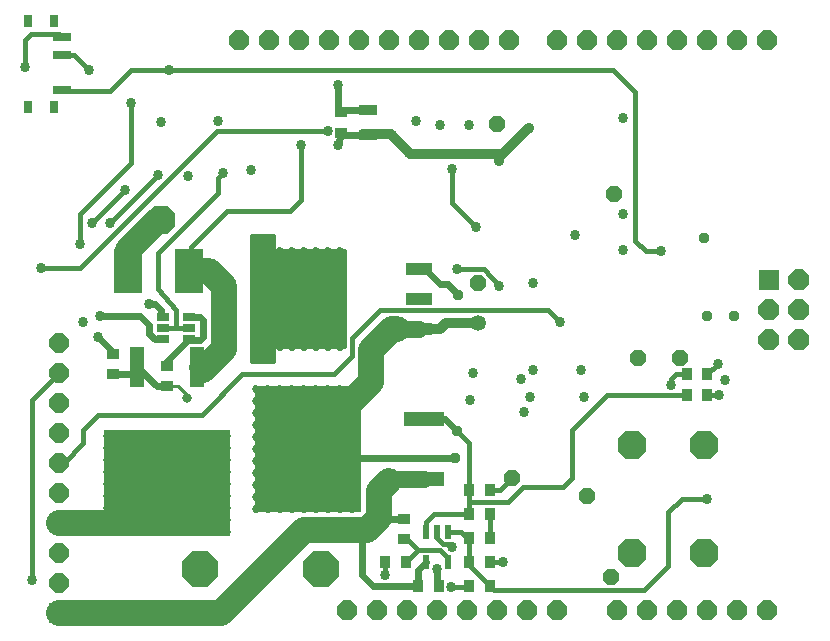
<source format=gbl>
G75*
G70*
%OFA0B0*%
%FSLAX24Y24*%
%IPPOS*%
%LPD*%
%AMOC8*
5,1,8,0,0,1.08239X$1,22.5*
%
%ADD10OC8,0.0660*%
%ADD11OC8,0.0700*%
%ADD12R,0.0700X0.0700*%
%ADD13R,0.0850X0.0420*%
%ADD14C,0.0100*%
%ADD15R,0.2540X0.1280*%
%ADD16R,0.0965X0.1457*%
%ADD17R,0.1350X0.0500*%
%ADD18R,0.3550X0.4200*%
%ADD19R,0.0600X0.0380*%
%ADD20R,0.0420X0.0350*%
%ADD21OC8,0.0650*%
%ADD22R,0.0650X0.0650*%
%ADD23R,0.0591X0.0276*%
%ADD24R,0.0315X0.0394*%
%ADD25R,0.0417X0.0256*%
%ADD26R,0.0500X0.1350*%
%ADD27R,0.1280X0.2540*%
%ADD28R,0.4200X0.3550*%
%ADD29OC8,0.1210*%
%ADD30C,0.0315*%
%ADD31R,0.0350X0.0420*%
%ADD32R,0.0220X0.0500*%
%ADD33C,0.0160*%
%ADD34C,0.0860*%
%ADD35C,0.0560*%
%ADD36C,0.0337*%
%ADD37C,0.0376*%
%ADD38C,0.0270*%
%ADD39C,0.0531*%
%ADD40C,0.0320*%
%ADD41C,0.0240*%
%ADD42OC8,0.0945*%
%ADD43OC8,0.0531*%
D10*
X012971Y001500D03*
X013971Y001500D03*
X014971Y001500D03*
X015971Y001500D03*
X016971Y001500D03*
X017971Y001500D03*
X018971Y001500D03*
X019971Y001500D03*
X021971Y001500D03*
X022971Y001500D03*
X023971Y001500D03*
X024971Y001500D03*
X025971Y001500D03*
X026971Y001500D03*
X026971Y020500D03*
X025971Y020500D03*
X024971Y020500D03*
X023971Y020500D03*
X022971Y020500D03*
X021971Y020500D03*
X020971Y020500D03*
X019971Y020500D03*
X018371Y020500D03*
X017371Y020500D03*
X016371Y020500D03*
X015371Y020500D03*
X014371Y020500D03*
X013371Y020500D03*
X012371Y020500D03*
X011371Y020500D03*
X010371Y020500D03*
X009371Y020500D03*
D11*
X027021Y011500D03*
X028021Y011500D03*
X028021Y010500D03*
X027021Y010500D03*
X028021Y012500D03*
D12*
X027021Y012500D03*
D13*
X015351Y012875D03*
X015351Y011875D03*
X015351Y010875D03*
D14*
X012896Y010843D02*
X009771Y010843D01*
X009771Y010941D02*
X012896Y010941D01*
X012896Y011040D02*
X009771Y011040D01*
X009771Y011138D02*
X012896Y011138D01*
X012896Y011237D02*
X009771Y011237D01*
X009771Y011335D02*
X012896Y011335D01*
X012896Y011434D02*
X009771Y011434D01*
X009771Y011532D02*
X012896Y011532D01*
X012896Y011631D02*
X009771Y011631D01*
X009771Y011729D02*
X012896Y011729D01*
X012896Y011828D02*
X009771Y011828D01*
X009771Y011926D02*
X012896Y011926D01*
X012896Y012025D02*
X009771Y012025D01*
X009771Y012123D02*
X012896Y012123D01*
X012896Y012222D02*
X009771Y012222D01*
X009771Y012320D02*
X012896Y012320D01*
X012896Y012419D02*
X009771Y012419D01*
X009771Y012517D02*
X012896Y012517D01*
X012896Y012616D02*
X009771Y012616D01*
X009771Y012714D02*
X012896Y012714D01*
X012896Y012813D02*
X009771Y012813D01*
X009771Y012911D02*
X012896Y012911D01*
X012896Y013010D02*
X009771Y013010D01*
X009771Y013108D02*
X012896Y013108D01*
X012896Y013207D02*
X009771Y013207D01*
X009771Y013305D02*
X012896Y013305D01*
X012896Y013404D02*
X009771Y013404D01*
X009771Y013502D02*
X010521Y013502D01*
X010521Y013500D02*
X010521Y014000D01*
X009771Y014000D01*
X009771Y009750D01*
X010521Y009750D01*
X010521Y010250D01*
X012896Y010250D01*
X012896Y013500D01*
X010521Y013500D01*
X010521Y013601D02*
X009771Y013601D01*
X009771Y013699D02*
X010521Y013699D01*
X010521Y013798D02*
X009771Y013798D01*
X009771Y013896D02*
X010521Y013896D01*
X010521Y013995D02*
X009771Y013995D01*
X009771Y010744D02*
X012896Y010744D01*
X012896Y010646D02*
X009771Y010646D01*
X009771Y010547D02*
X012896Y010547D01*
X012896Y010449D02*
X009771Y010449D01*
X009771Y010350D02*
X012896Y010350D01*
X012896Y010252D02*
X009771Y010252D01*
X009771Y010153D02*
X010521Y010153D01*
X010521Y010055D02*
X009771Y010055D01*
X009771Y009956D02*
X010521Y009956D01*
X010521Y009858D02*
X009771Y009858D01*
X009771Y009759D02*
X010521Y009759D01*
X007621Y008650D02*
X007321Y008950D01*
X006981Y008950D01*
X006971Y008960D01*
X007621Y008650D02*
X007621Y008550D01*
D15*
X011796Y006850D03*
X011521Y011875D03*
D16*
X007685Y012800D03*
X005658Y012800D03*
D17*
X015526Y007850D03*
X015526Y005850D03*
D18*
X011646Y006850D03*
D19*
X013671Y017340D03*
X013671Y018160D03*
D20*
X012771Y018090D03*
X012771Y017410D03*
X005171Y010040D03*
X005171Y009360D03*
X006971Y009640D03*
X006971Y008960D03*
X014871Y004540D03*
X014871Y003860D03*
D21*
X003371Y003400D03*
X003371Y002400D03*
X003371Y004400D03*
X003371Y005400D03*
X003371Y006400D03*
X003371Y007400D03*
X003371Y008400D03*
X003371Y009400D03*
X003371Y010400D03*
D22*
X003371Y001400D03*
D23*
X003460Y018814D03*
X003460Y019995D03*
X003460Y020586D03*
D24*
X003205Y021137D03*
X002338Y021137D03*
X002338Y018263D03*
X003205Y018263D03*
D25*
X006838Y011274D03*
X006838Y010900D03*
X006838Y010526D03*
X007705Y010526D03*
X007705Y010900D03*
X007705Y011274D03*
D26*
X007971Y009605D03*
X005971Y009605D03*
D27*
X006971Y005875D03*
D28*
X006971Y005725D03*
D29*
X008059Y002860D03*
X012084Y002860D03*
D30*
X007621Y008550D03*
D31*
X014231Y003100D03*
X014911Y003100D03*
X015331Y002300D03*
X016011Y002300D03*
X017031Y002300D03*
X017711Y002300D03*
X017711Y003100D03*
X017031Y003100D03*
X017031Y003900D03*
X017711Y003900D03*
X017711Y004700D03*
X017031Y004700D03*
X017031Y005500D03*
X017711Y005500D03*
X024281Y008650D03*
X024961Y008650D03*
X024961Y009350D03*
X024281Y009350D03*
D32*
X016341Y004110D03*
X015971Y004110D03*
X015601Y004110D03*
X015601Y003090D03*
X016341Y003090D03*
D33*
X016341Y003230D01*
X016071Y003500D01*
X015311Y003500D01*
X014951Y003860D01*
X014871Y003860D01*
X015311Y003500D02*
X014911Y003100D01*
X014231Y003100D02*
X014221Y003090D01*
X014221Y002650D01*
X015601Y004110D02*
X015601Y004434D01*
X015868Y004700D01*
X017031Y004700D01*
X017031Y005100D01*
X017031Y005500D01*
X017021Y005500D01*
X017021Y007050D01*
X016621Y007450D01*
X018471Y005900D02*
X018071Y005500D01*
X017711Y005500D01*
X017021Y005500D02*
X017021Y005450D01*
X017031Y005100D02*
X018321Y005100D01*
X018821Y005600D01*
X020171Y005600D01*
X020471Y005900D01*
X020471Y007500D01*
X021621Y008650D01*
X024281Y008650D01*
X023771Y009000D02*
X023771Y009200D01*
X023921Y009350D01*
X024281Y009350D01*
X024961Y009350D02*
X024971Y009350D01*
X025321Y009700D01*
X025371Y008650D02*
X024961Y008650D01*
X024971Y005200D02*
X024121Y005200D01*
X023671Y004750D01*
X023671Y002950D01*
X022871Y002150D01*
X017861Y002150D01*
X017711Y002300D01*
X017031Y002980D01*
X017031Y003100D01*
X017031Y003900D01*
X016941Y003910D01*
X016941Y003930D01*
X016771Y004100D01*
X016351Y004100D01*
X016341Y004110D01*
X016371Y003700D02*
X016171Y003700D01*
X015971Y003900D01*
X015971Y004110D01*
X016371Y003700D02*
X016471Y003600D01*
X017711Y003900D02*
X017711Y004700D01*
X017031Y004700D02*
X017031Y004760D01*
X017711Y003100D02*
X018171Y003100D01*
X017031Y002300D02*
X017029Y002287D01*
X017024Y002275D01*
X017016Y002265D01*
X017006Y002257D01*
X016994Y002252D01*
X016981Y002250D01*
X016421Y002250D01*
X011921Y006850D02*
X011796Y006850D01*
X012521Y009350D02*
X009471Y009350D01*
X008121Y008000D01*
X004671Y008000D01*
X004171Y007500D01*
X004171Y007050D01*
X003521Y006400D01*
X003371Y006400D01*
X002471Y008500D02*
X003371Y009400D01*
X002471Y008500D02*
X002471Y002500D01*
X006971Y005700D02*
X006971Y005875D01*
X012521Y009350D02*
X013121Y009950D01*
X013121Y010550D01*
X014071Y011500D01*
X019671Y011500D01*
X020071Y011100D01*
X018021Y012300D02*
X017521Y012850D01*
X016621Y012850D01*
X017271Y014250D02*
X016471Y015050D01*
X016471Y016200D01*
X012321Y017450D02*
X008621Y017450D01*
X004071Y012900D01*
X002771Y012900D01*
X004071Y013700D02*
X004071Y014700D01*
X005771Y016400D01*
X005771Y018400D01*
X005071Y018800D02*
X003475Y018800D01*
X003460Y018814D01*
X003471Y018825D01*
X004371Y019500D02*
X003871Y020000D01*
X003465Y020000D01*
X003460Y019995D01*
X003460Y020586D02*
X003346Y020700D01*
X002421Y020700D01*
X002221Y020500D01*
X002221Y019600D01*
X005071Y018800D02*
X005771Y019500D01*
X007021Y019500D01*
X021821Y019500D01*
X022571Y018750D01*
X022571Y013800D01*
X022921Y013450D01*
X023432Y013450D01*
X012321Y017450D02*
X012271Y017450D01*
X011421Y017000D02*
X011421Y015150D01*
X011071Y014800D01*
X008971Y014800D01*
X007771Y013600D01*
X007771Y012886D01*
X007685Y012800D01*
X007771Y012800D01*
X006671Y012200D02*
X007271Y011500D01*
X007271Y010900D01*
X007705Y010900D01*
X007271Y010900D02*
X006838Y010900D01*
X006798Y010860D01*
X006838Y011274D02*
X006771Y011341D01*
X006671Y012200D02*
X006671Y013400D01*
X008671Y015400D01*
X008671Y015900D01*
X008821Y016050D01*
X006671Y016000D02*
X005071Y014400D01*
X004471Y014400D02*
X005571Y015500D01*
X011521Y011875D02*
X011521Y011850D01*
D34*
X013771Y010150D02*
X013771Y009100D01*
X011521Y006850D01*
X011521Y007050D01*
X014021Y005450D02*
X014371Y005800D01*
X014021Y005450D02*
X014021Y004550D01*
X013621Y004150D01*
X013471Y004150D01*
X011521Y004150D01*
X008771Y001400D01*
X003371Y001400D01*
X003371Y004400D02*
X006971Y004400D01*
X006971Y006500D01*
X006971Y005875D02*
X005796Y004700D01*
X008171Y009500D02*
X008871Y010200D01*
X008871Y012300D01*
X008371Y012800D01*
X007685Y012800D01*
X006671Y014500D02*
X005658Y013486D01*
X005658Y012800D01*
X006671Y014500D02*
X006771Y014500D01*
X013771Y010150D02*
X014471Y010850D01*
X014621Y010850D01*
D35*
X014646Y010875D01*
X014721Y010875D01*
X015351Y010875D01*
X015526Y005850D02*
X014371Y005850D01*
X014371Y005800D01*
X008171Y009500D02*
X008166Y009500D01*
X007971Y009605D01*
D36*
X002471Y002500D03*
X004671Y010600D03*
X004171Y011100D03*
X004721Y011300D03*
X006371Y011700D03*
X004071Y013700D03*
X004471Y014400D03*
X005071Y014400D03*
X005571Y015500D03*
X006671Y016000D03*
X007671Y015950D03*
X008821Y016050D03*
X009771Y016150D03*
X011421Y017000D03*
X012321Y017450D03*
X012671Y017000D03*
X012671Y019000D03*
X015271Y017800D03*
X016071Y017650D03*
X017021Y017650D03*
X018021Y016450D03*
X019021Y017550D03*
X016471Y016200D03*
X017271Y014250D03*
X016621Y012850D03*
X018021Y012300D03*
X019171Y012400D03*
X020071Y011100D03*
X020771Y009500D03*
X020871Y008600D03*
X019071Y008600D03*
X018871Y008100D03*
X018771Y009200D03*
X019171Y009500D03*
X017171Y009400D03*
X017071Y008500D03*
X023432Y013450D03*
X022171Y013500D03*
X022171Y014700D03*
X020571Y014000D03*
X022171Y017900D03*
X025321Y009700D03*
X025571Y009150D03*
X025371Y008650D03*
X023771Y009000D03*
X024971Y005200D03*
X018171Y003100D03*
X016471Y003600D03*
X015971Y002850D03*
X016421Y002250D03*
X014221Y002650D03*
X002771Y012900D03*
X006771Y017750D03*
X005771Y018400D03*
X007021Y019500D03*
X008671Y017800D03*
X004371Y019500D03*
X002221Y019600D03*
D37*
X016671Y012000D03*
X016621Y007450D03*
X016571Y006550D03*
X024971Y011300D03*
X025871Y011300D03*
X024871Y013900D03*
D38*
X013121Y008850D03*
X012721Y008850D03*
X012321Y008850D03*
X011921Y008850D03*
X011521Y008850D03*
X011121Y008850D03*
X010721Y008850D03*
X010321Y008850D03*
X009921Y008850D03*
X009921Y008450D03*
X009921Y008050D03*
X010321Y008050D03*
X010321Y008450D03*
X010721Y008450D03*
X010721Y008050D03*
X011121Y008050D03*
X011121Y008450D03*
X011521Y008450D03*
X011521Y008050D03*
X011521Y007650D03*
X011121Y007650D03*
X010721Y007650D03*
X010321Y007650D03*
X009921Y007650D03*
X009921Y007250D03*
X010321Y007250D03*
X010321Y006850D03*
X009921Y006850D03*
X009921Y006450D03*
X010321Y006450D03*
X010321Y006050D03*
X009921Y006050D03*
X009921Y005650D03*
X010321Y005650D03*
X010321Y005250D03*
X009921Y005250D03*
X009921Y004850D03*
X010321Y004850D03*
X010721Y004850D03*
X011121Y004850D03*
X011521Y004850D03*
X011521Y005250D03*
X011121Y005250D03*
X010721Y005250D03*
X010721Y005650D03*
X010721Y006050D03*
X011121Y006050D03*
X011121Y005650D03*
X011521Y005650D03*
X011521Y006050D03*
X011521Y006450D03*
X011121Y006450D03*
X010721Y006450D03*
X010721Y006850D03*
X011121Y006850D03*
X011521Y006850D03*
X011521Y007250D03*
X011121Y007250D03*
X010721Y007250D03*
X011921Y007250D03*
X012321Y007250D03*
X012721Y007250D03*
X012721Y006850D03*
X012321Y006850D03*
X011921Y006850D03*
X011921Y006450D03*
X012321Y006450D03*
X012721Y006450D03*
X012721Y006050D03*
X012321Y006050D03*
X011921Y006050D03*
X011921Y005650D03*
X012321Y005650D03*
X012721Y005650D03*
X012721Y005250D03*
X012321Y005250D03*
X011921Y005250D03*
X011921Y004850D03*
X012321Y004850D03*
X012721Y004850D03*
X013121Y004850D03*
X013121Y005250D03*
X013121Y005650D03*
X013121Y006050D03*
X013121Y006450D03*
X013121Y006850D03*
X013121Y007250D03*
X013121Y007650D03*
X012721Y007650D03*
X012321Y007650D03*
X011921Y007650D03*
X011921Y008050D03*
X011921Y008450D03*
X012321Y008450D03*
X012321Y008050D03*
X012721Y008050D03*
X012721Y008450D03*
X013121Y008450D03*
X013121Y008050D03*
X012721Y010250D03*
X012321Y010250D03*
X011921Y010250D03*
X011521Y010250D03*
X011121Y010250D03*
X010721Y010250D03*
X010321Y010250D03*
X009921Y010250D03*
X009921Y009850D03*
X010321Y009850D03*
X010321Y010650D03*
X009921Y010650D03*
X009921Y011050D03*
X010321Y011050D03*
X010321Y011450D03*
X009921Y011450D03*
X009921Y011850D03*
X010321Y011850D03*
X010321Y012250D03*
X009921Y012250D03*
X009921Y012650D03*
X010321Y012650D03*
X010321Y013050D03*
X009921Y013050D03*
X009921Y013450D03*
X010321Y013450D03*
X010321Y013850D03*
X009921Y013850D03*
X010721Y013450D03*
X010721Y013050D03*
X011121Y013050D03*
X011121Y013450D03*
X011521Y013450D03*
X011521Y013050D03*
X011521Y012650D03*
X011121Y012650D03*
X010721Y012650D03*
X010721Y012250D03*
X011121Y012250D03*
X011521Y012250D03*
X011521Y011850D03*
X011121Y011850D03*
X010721Y011850D03*
X010721Y011450D03*
X011121Y011450D03*
X011521Y011450D03*
X011521Y011050D03*
X011121Y011050D03*
X010721Y011050D03*
X010721Y010650D03*
X011121Y010650D03*
X011521Y010650D03*
X011921Y010650D03*
X011921Y011050D03*
X012321Y011050D03*
X012321Y010650D03*
X012721Y010650D03*
X012721Y011050D03*
X012721Y011450D03*
X012321Y011450D03*
X011921Y011450D03*
X011921Y011850D03*
X012321Y011850D03*
X012721Y011850D03*
X012721Y012250D03*
X012321Y012250D03*
X011921Y012250D03*
X011921Y012650D03*
X012321Y012650D03*
X012721Y012650D03*
X012721Y013050D03*
X012321Y013050D03*
X011921Y013050D03*
X011921Y013450D03*
X012321Y013450D03*
X012721Y013450D03*
X008971Y007300D03*
X008571Y007300D03*
X008171Y007300D03*
X007771Y007300D03*
X007371Y007300D03*
X006971Y007300D03*
X006571Y007300D03*
X006171Y007300D03*
X005771Y007300D03*
X005371Y007300D03*
X004971Y007300D03*
X004971Y006900D03*
X004971Y006500D03*
X004971Y006100D03*
X004971Y005700D03*
X004971Y005300D03*
X004971Y004900D03*
X004971Y004500D03*
X004971Y004100D03*
X005371Y004100D03*
X005771Y004100D03*
X006171Y004100D03*
X006171Y004500D03*
X005771Y004500D03*
X005371Y004500D03*
X005371Y004900D03*
X005771Y004900D03*
X006171Y004900D03*
X006171Y005300D03*
X005771Y005300D03*
X005371Y005300D03*
X005371Y005700D03*
X005771Y005700D03*
X006171Y005700D03*
X006171Y006100D03*
X005771Y006100D03*
X005371Y006100D03*
X005371Y006500D03*
X005771Y006500D03*
X006171Y006500D03*
X006171Y006900D03*
X005771Y006900D03*
X005371Y006900D03*
X006571Y006900D03*
X006971Y006900D03*
X007371Y006900D03*
X007371Y006500D03*
X006971Y006500D03*
X006571Y006500D03*
X006571Y006100D03*
X006971Y006100D03*
X007371Y006100D03*
X007371Y005700D03*
X006971Y005700D03*
X006571Y005700D03*
X006571Y005300D03*
X006971Y005300D03*
X007371Y005300D03*
X007371Y004900D03*
X006971Y004900D03*
X006571Y004900D03*
X006571Y004500D03*
X006971Y004500D03*
X007371Y004500D03*
X007371Y004100D03*
X006971Y004100D03*
X006571Y004100D03*
X007771Y004100D03*
X008171Y004100D03*
X008571Y004100D03*
X008571Y004500D03*
X008171Y004500D03*
X007771Y004500D03*
X007771Y004900D03*
X008171Y004900D03*
X008571Y004900D03*
X008571Y005300D03*
X008171Y005300D03*
X007771Y005300D03*
X007771Y005700D03*
X008171Y005700D03*
X008571Y005700D03*
X008571Y006100D03*
X008171Y006100D03*
X007771Y006100D03*
X007771Y006500D03*
X008171Y006500D03*
X008571Y006500D03*
X008571Y006900D03*
X008171Y006900D03*
X007771Y006900D03*
X008971Y006900D03*
X008971Y006500D03*
X008971Y006100D03*
X008971Y005700D03*
X008971Y005300D03*
X008971Y004900D03*
X008971Y004500D03*
X008971Y004100D03*
D39*
X017321Y011050D03*
D40*
X016271Y011050D01*
X016071Y010850D01*
X014746Y010850D01*
X014721Y010875D01*
X018021Y016450D02*
X018021Y016600D01*
X018121Y016700D01*
X015071Y016700D01*
X014421Y017350D01*
X013481Y017350D01*
X013671Y017340D01*
X018121Y016700D02*
X019021Y017550D01*
D41*
X013671Y017340D02*
X012841Y017340D01*
X012771Y017410D01*
X012771Y017400D01*
X012671Y017000D01*
X012771Y018090D02*
X012671Y018140D01*
X012671Y019000D01*
X012841Y018160D02*
X013671Y018160D01*
X012841Y018160D02*
X012771Y018090D01*
X015351Y012875D02*
X015546Y012875D01*
X016071Y012350D01*
X016321Y012350D01*
X016671Y012000D01*
X016221Y007850D02*
X015526Y007850D01*
X016221Y007850D02*
X016621Y007450D01*
X016571Y006550D02*
X012221Y006550D01*
X011921Y006850D01*
X014021Y004550D02*
X014031Y004540D01*
X014871Y004540D01*
X013471Y004150D02*
X013471Y002650D01*
X013821Y002300D01*
X015331Y002300D01*
X015331Y002820D01*
X015601Y003090D01*
X015971Y002850D02*
X015971Y002340D01*
X016011Y002300D01*
X006971Y008960D02*
X006616Y008960D01*
X005971Y009605D01*
X005971Y009400D01*
X005931Y009360D01*
X005171Y009360D01*
X005171Y010040D02*
X005171Y010100D01*
X004671Y010600D01*
X004721Y011300D02*
X006071Y011300D01*
X006371Y011000D01*
X006371Y010700D01*
X006545Y010526D01*
X006838Y010526D01*
X006971Y009793D02*
X007705Y010526D01*
X007731Y010500D01*
X008071Y010500D01*
X008171Y010600D01*
X008171Y011150D01*
X008047Y011274D01*
X007705Y011274D01*
X006771Y011341D02*
X006771Y011500D01*
X006571Y011700D01*
X006371Y011700D01*
X006971Y009793D02*
X006971Y009640D01*
D42*
X006771Y014500D03*
X022471Y007000D03*
X024871Y007000D03*
X024871Y003400D03*
X022471Y003400D03*
D43*
X021771Y002600D03*
X020971Y005300D03*
X018471Y005900D03*
X022671Y009900D03*
X024071Y009900D03*
X017321Y012400D03*
X021871Y015350D03*
X017971Y017700D03*
M02*

</source>
